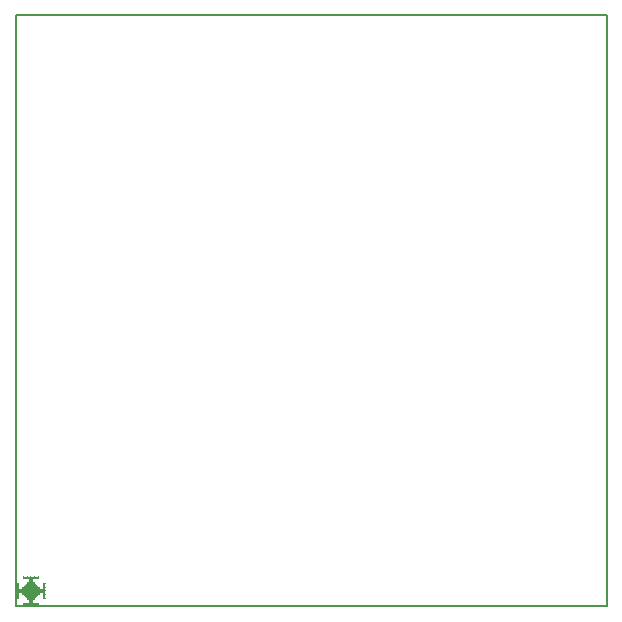
<source format=gtl>
G75*
%MOIN*%
%OFA0B0*%
%FSLAX24Y24*%
%IPPOS*%
%LPD*%
%AMOC8*
5,1,8,0,0,1.08239X$1,22.5*
%
%ADD10C,0.0079*%
%ADD11R,0.0063X0.0250*%
%ADD12R,0.0094X0.0563*%
%ADD13R,0.0250X0.0063*%
%ADD14R,0.0563X0.0094*%
%ADD15R,0.0125X0.0125*%
%ADD16R,0.0063X0.0031*%
%ADD17R,0.0031X0.0063*%
%ADD18OC8,0.0531*%
D10*
X000139Y000139D02*
X000139Y019824D01*
X019824Y019824D01*
X019824Y000139D01*
X000139Y000139D01*
D11*
X000358Y000639D03*
X000921Y000639D03*
D12*
X001061Y000639D03*
X000217Y000639D03*
D13*
X000639Y000358D03*
X000639Y000921D03*
D14*
X000639Y001061D03*
X000639Y000217D03*
D15*
X000639Y000296D03*
X000296Y000639D03*
X000639Y000983D03*
X000983Y000639D03*
D16*
X001108Y000624D03*
X001108Y000749D03*
X001108Y000874D03*
X001108Y000499D03*
X001108Y000374D03*
X000171Y000436D03*
X000171Y000561D03*
X000171Y000686D03*
X000171Y000811D03*
D17*
X000405Y001108D03*
X000530Y001108D03*
X000655Y001108D03*
X000780Y001108D03*
X000905Y001108D03*
X000842Y000171D03*
X000717Y000171D03*
X000592Y000171D03*
X000467Y000171D03*
D18*
X000639Y000639D03*
M02*

</source>
